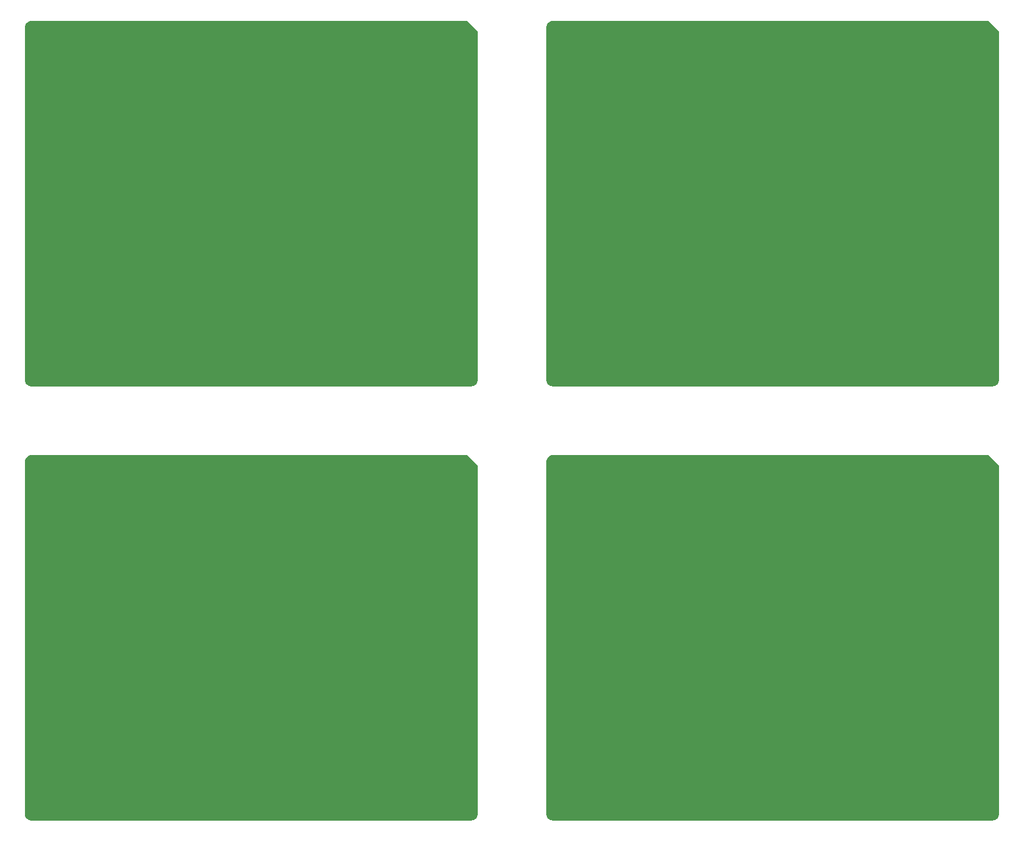
<source format=gbr>
G04 DipTrace 2.4.0.2*
%INBoard.gbr*%
%MOIN*%
%ADD11C,0.0055*%
%FSLAX44Y44*%
G04*
G70*
G90*
G75*
G01*
%LNBoardPoly*%
%LPD*%
G36*
X3940Y24546D2*
D11*
X3942Y24588D1*
X3949Y24628D1*
X3959Y24668D1*
X3974Y24707D1*
X3993Y24743D1*
X4015Y24778D1*
X4041Y24810D1*
X4070Y24839D1*
X4102Y24865D1*
X4137Y24887D1*
X4174Y24906D1*
X4212Y24921D1*
X4252Y24932D1*
X4293Y24938D1*
X4334Y24940D1*
X29340D1*
X29940Y24340D1*
Y19840D1*
Y18940D1*
Y4940D1*
Y4334D1*
X29938Y4293D1*
X29932Y4252D1*
X29921Y4212D1*
X29906Y4174D1*
X29887Y4137D1*
X29865Y4102D1*
X29839Y4070D1*
X29810Y4041D1*
X29778Y4015D1*
X29743Y3993D1*
X29707Y3974D1*
X29668Y3959D1*
X29628Y3949D1*
X29588Y3942D1*
X29546Y3940D1*
X4334D1*
X4293Y3942D1*
X4252Y3949D1*
X4212Y3959D1*
X4174Y3974D1*
X4137Y3993D1*
X4102Y4015D1*
X4070Y4041D1*
X4041Y4070D1*
X4015Y4102D1*
X3993Y4137D1*
X3974Y4174D1*
X3959Y4212D1*
X3949Y4252D1*
X3942Y4293D1*
X3940Y4334D1*
Y24546D1*
G37*
G36*
X33877D2*
D11*
X33879Y24588D1*
X33886Y24628D1*
X33896Y24668D1*
X33911Y24707D1*
X33930Y24743D1*
X33952Y24778D1*
X33978Y24810D1*
X34007Y24839D1*
X34039Y24865D1*
X34074Y24887D1*
X34111Y24906D1*
X34149Y24921D1*
X34189Y24932D1*
X34230Y24938D1*
X34271Y24940D1*
X59277D1*
X59877Y24340D1*
Y19840D1*
Y18940D1*
Y4940D1*
Y4334D1*
X59875Y4293D1*
X59869Y4252D1*
X59858Y4212D1*
X59843Y4174D1*
X59824Y4137D1*
X59802Y4102D1*
X59776Y4070D1*
X59747Y4041D1*
X59715Y4015D1*
X59680Y3993D1*
X59644Y3974D1*
X59605Y3959D1*
X59565Y3949D1*
X59525Y3942D1*
X59483Y3940D1*
X34271D1*
X34230Y3942D1*
X34189Y3949D1*
X34149Y3959D1*
X34111Y3974D1*
X34074Y3993D1*
X34039Y4015D1*
X34007Y4041D1*
X33978Y4070D1*
X33952Y4102D1*
X33930Y4137D1*
X33911Y4174D1*
X33896Y4212D1*
X33886Y4252D1*
X33879Y4293D1*
X33877Y4334D1*
Y24546D1*
G37*
G36*
X3940Y49483D2*
D11*
X3942Y49525D1*
X3949Y49565D1*
X3959Y49605D1*
X3974Y49644D1*
X3993Y49680D1*
X4015Y49715D1*
X4041Y49747D1*
X4070Y49776D1*
X4102Y49802D1*
X4137Y49824D1*
X4174Y49843D1*
X4212Y49858D1*
X4252Y49869D1*
X4293Y49875D1*
X4334Y49877D1*
X29340D1*
X29940Y49277D1*
Y44777D1*
Y43877D1*
Y29877D1*
Y29271D1*
X29938Y29230D1*
X29932Y29189D1*
X29921Y29149D1*
X29906Y29111D1*
X29887Y29074D1*
X29865Y29039D1*
X29839Y29007D1*
X29810Y28978D1*
X29778Y28952D1*
X29743Y28930D1*
X29707Y28911D1*
X29668Y28896D1*
X29628Y28886D1*
X29588Y28879D1*
X29546Y28877D1*
X4334D1*
X4293Y28879D1*
X4252Y28886D1*
X4212Y28896D1*
X4174Y28911D1*
X4137Y28930D1*
X4102Y28952D1*
X4070Y28978D1*
X4041Y29007D1*
X4015Y29039D1*
X3993Y29074D1*
X3974Y29111D1*
X3959Y29149D1*
X3949Y29189D1*
X3942Y29230D1*
X3940Y29271D1*
Y49483D1*
G37*
G36*
X33877D2*
D11*
X33879Y49525D1*
X33886Y49565D1*
X33896Y49605D1*
X33911Y49644D1*
X33930Y49680D1*
X33952Y49715D1*
X33978Y49747D1*
X34007Y49776D1*
X34039Y49802D1*
X34074Y49824D1*
X34111Y49843D1*
X34149Y49858D1*
X34189Y49869D1*
X34230Y49875D1*
X34271Y49877D1*
X59277D1*
X59877Y49277D1*
Y44777D1*
Y43877D1*
Y29877D1*
Y29271D1*
X59875Y29230D1*
X59869Y29189D1*
X59858Y29149D1*
X59843Y29111D1*
X59824Y29074D1*
X59802Y29039D1*
X59776Y29007D1*
X59747Y28978D1*
X59715Y28952D1*
X59680Y28930D1*
X59644Y28911D1*
X59605Y28896D1*
X59565Y28886D1*
X59525Y28879D1*
X59483Y28877D1*
X34271D1*
X34230Y28879D1*
X34189Y28886D1*
X34149Y28896D1*
X34111Y28911D1*
X34074Y28930D1*
X34039Y28952D1*
X34007Y28978D1*
X33978Y29007D1*
X33952Y29039D1*
X33930Y29074D1*
X33911Y29111D1*
X33896Y29149D1*
X33886Y29189D1*
X33879Y29230D1*
X33877Y29271D1*
Y49483D1*
G37*
M02*

</source>
